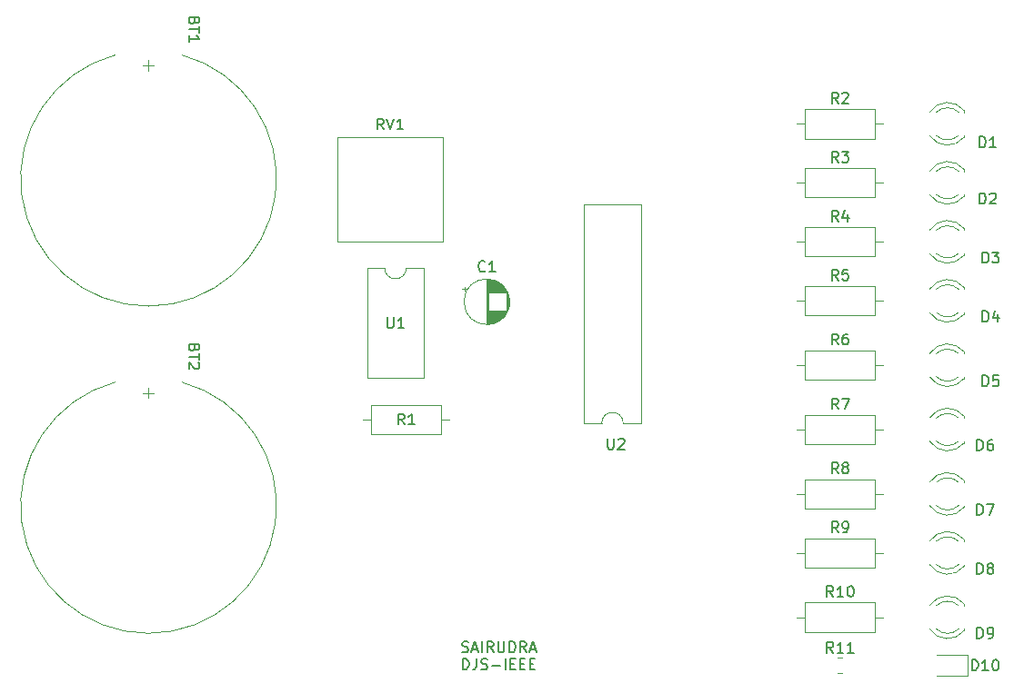
<source format=gbr>
%TF.GenerationSoftware,KiCad,Pcbnew,9.0.5*%
%TF.CreationDate,2025-10-19T16:10:15+05:30*%
%TF.ProjectId,KICADWORKSHOP_LED_CHASER,4b494341-4457-44f5-924b-53484f505f4c,rev?*%
%TF.SameCoordinates,Original*%
%TF.FileFunction,Legend,Top*%
%TF.FilePolarity,Positive*%
%FSLAX46Y46*%
G04 Gerber Fmt 4.6, Leading zero omitted, Abs format (unit mm)*
G04 Created by KiCad (PCBNEW 9.0.5) date 2025-10-19 16:10:15*
%MOMM*%
%LPD*%
G01*
G04 APERTURE LIST*
%ADD10C,0.200000*%
%ADD11C,0.150000*%
%ADD12C,0.120000*%
G04 APERTURE END LIST*
D10*
X117322054Y-90709656D02*
X117464911Y-90757275D01*
X117464911Y-90757275D02*
X117703006Y-90757275D01*
X117703006Y-90757275D02*
X117798244Y-90709656D01*
X117798244Y-90709656D02*
X117845863Y-90662036D01*
X117845863Y-90662036D02*
X117893482Y-90566798D01*
X117893482Y-90566798D02*
X117893482Y-90471560D01*
X117893482Y-90471560D02*
X117845863Y-90376322D01*
X117845863Y-90376322D02*
X117798244Y-90328703D01*
X117798244Y-90328703D02*
X117703006Y-90281084D01*
X117703006Y-90281084D02*
X117512530Y-90233465D01*
X117512530Y-90233465D02*
X117417292Y-90185846D01*
X117417292Y-90185846D02*
X117369673Y-90138227D01*
X117369673Y-90138227D02*
X117322054Y-90042989D01*
X117322054Y-90042989D02*
X117322054Y-89947751D01*
X117322054Y-89947751D02*
X117369673Y-89852513D01*
X117369673Y-89852513D02*
X117417292Y-89804894D01*
X117417292Y-89804894D02*
X117512530Y-89757275D01*
X117512530Y-89757275D02*
X117750625Y-89757275D01*
X117750625Y-89757275D02*
X117893482Y-89804894D01*
X118274435Y-90471560D02*
X118750625Y-90471560D01*
X118179197Y-90757275D02*
X118512530Y-89757275D01*
X118512530Y-89757275D02*
X118845863Y-90757275D01*
X119179197Y-90757275D02*
X119179197Y-89757275D01*
X120226815Y-90757275D02*
X119893482Y-90281084D01*
X119655387Y-90757275D02*
X119655387Y-89757275D01*
X119655387Y-89757275D02*
X120036339Y-89757275D01*
X120036339Y-89757275D02*
X120131577Y-89804894D01*
X120131577Y-89804894D02*
X120179196Y-89852513D01*
X120179196Y-89852513D02*
X120226815Y-89947751D01*
X120226815Y-89947751D02*
X120226815Y-90090608D01*
X120226815Y-90090608D02*
X120179196Y-90185846D01*
X120179196Y-90185846D02*
X120131577Y-90233465D01*
X120131577Y-90233465D02*
X120036339Y-90281084D01*
X120036339Y-90281084D02*
X119655387Y-90281084D01*
X120655387Y-89757275D02*
X120655387Y-90566798D01*
X120655387Y-90566798D02*
X120703006Y-90662036D01*
X120703006Y-90662036D02*
X120750625Y-90709656D01*
X120750625Y-90709656D02*
X120845863Y-90757275D01*
X120845863Y-90757275D02*
X121036339Y-90757275D01*
X121036339Y-90757275D02*
X121131577Y-90709656D01*
X121131577Y-90709656D02*
X121179196Y-90662036D01*
X121179196Y-90662036D02*
X121226815Y-90566798D01*
X121226815Y-90566798D02*
X121226815Y-89757275D01*
X121703006Y-90757275D02*
X121703006Y-89757275D01*
X121703006Y-89757275D02*
X121941101Y-89757275D01*
X121941101Y-89757275D02*
X122083958Y-89804894D01*
X122083958Y-89804894D02*
X122179196Y-89900132D01*
X122179196Y-89900132D02*
X122226815Y-89995370D01*
X122226815Y-89995370D02*
X122274434Y-90185846D01*
X122274434Y-90185846D02*
X122274434Y-90328703D01*
X122274434Y-90328703D02*
X122226815Y-90519179D01*
X122226815Y-90519179D02*
X122179196Y-90614417D01*
X122179196Y-90614417D02*
X122083958Y-90709656D01*
X122083958Y-90709656D02*
X121941101Y-90757275D01*
X121941101Y-90757275D02*
X121703006Y-90757275D01*
X123274434Y-90757275D02*
X122941101Y-90281084D01*
X122703006Y-90757275D02*
X122703006Y-89757275D01*
X122703006Y-89757275D02*
X123083958Y-89757275D01*
X123083958Y-89757275D02*
X123179196Y-89804894D01*
X123179196Y-89804894D02*
X123226815Y-89852513D01*
X123226815Y-89852513D02*
X123274434Y-89947751D01*
X123274434Y-89947751D02*
X123274434Y-90090608D01*
X123274434Y-90090608D02*
X123226815Y-90185846D01*
X123226815Y-90185846D02*
X123179196Y-90233465D01*
X123179196Y-90233465D02*
X123083958Y-90281084D01*
X123083958Y-90281084D02*
X122703006Y-90281084D01*
X123655387Y-90471560D02*
X124131577Y-90471560D01*
X123560149Y-90757275D02*
X123893482Y-89757275D01*
X123893482Y-89757275D02*
X124226815Y-90757275D01*
X117369673Y-92367219D02*
X117369673Y-91367219D01*
X117369673Y-91367219D02*
X117607768Y-91367219D01*
X117607768Y-91367219D02*
X117750625Y-91414838D01*
X117750625Y-91414838D02*
X117845863Y-91510076D01*
X117845863Y-91510076D02*
X117893482Y-91605314D01*
X117893482Y-91605314D02*
X117941101Y-91795790D01*
X117941101Y-91795790D02*
X117941101Y-91938647D01*
X117941101Y-91938647D02*
X117893482Y-92129123D01*
X117893482Y-92129123D02*
X117845863Y-92224361D01*
X117845863Y-92224361D02*
X117750625Y-92319600D01*
X117750625Y-92319600D02*
X117607768Y-92367219D01*
X117607768Y-92367219D02*
X117369673Y-92367219D01*
X118655387Y-91367219D02*
X118655387Y-92081504D01*
X118655387Y-92081504D02*
X118607768Y-92224361D01*
X118607768Y-92224361D02*
X118512530Y-92319600D01*
X118512530Y-92319600D02*
X118369673Y-92367219D01*
X118369673Y-92367219D02*
X118274435Y-92367219D01*
X119083959Y-92319600D02*
X119226816Y-92367219D01*
X119226816Y-92367219D02*
X119464911Y-92367219D01*
X119464911Y-92367219D02*
X119560149Y-92319600D01*
X119560149Y-92319600D02*
X119607768Y-92271980D01*
X119607768Y-92271980D02*
X119655387Y-92176742D01*
X119655387Y-92176742D02*
X119655387Y-92081504D01*
X119655387Y-92081504D02*
X119607768Y-91986266D01*
X119607768Y-91986266D02*
X119560149Y-91938647D01*
X119560149Y-91938647D02*
X119464911Y-91891028D01*
X119464911Y-91891028D02*
X119274435Y-91843409D01*
X119274435Y-91843409D02*
X119179197Y-91795790D01*
X119179197Y-91795790D02*
X119131578Y-91748171D01*
X119131578Y-91748171D02*
X119083959Y-91652933D01*
X119083959Y-91652933D02*
X119083959Y-91557695D01*
X119083959Y-91557695D02*
X119131578Y-91462457D01*
X119131578Y-91462457D02*
X119179197Y-91414838D01*
X119179197Y-91414838D02*
X119274435Y-91367219D01*
X119274435Y-91367219D02*
X119512530Y-91367219D01*
X119512530Y-91367219D02*
X119655387Y-91414838D01*
X120083959Y-91986266D02*
X120845864Y-91986266D01*
X121322054Y-92367219D02*
X121322054Y-91367219D01*
X121798244Y-91843409D02*
X122131577Y-91843409D01*
X122274434Y-92367219D02*
X121798244Y-92367219D01*
X121798244Y-92367219D02*
X121798244Y-91367219D01*
X121798244Y-91367219D02*
X122274434Y-91367219D01*
X122703006Y-91843409D02*
X123036339Y-91843409D01*
X123179196Y-92367219D02*
X122703006Y-92367219D01*
X122703006Y-92367219D02*
X122703006Y-91367219D01*
X122703006Y-91367219D02*
X123179196Y-91367219D01*
X123607768Y-91843409D02*
X123941101Y-91843409D01*
X124083958Y-92367219D02*
X123607768Y-92367219D01*
X123607768Y-92367219D02*
X123607768Y-91367219D01*
X123607768Y-91367219D02*
X124083958Y-91367219D01*
D11*
X130858095Y-70834819D02*
X130858095Y-71644342D01*
X130858095Y-71644342D02*
X130905714Y-71739580D01*
X130905714Y-71739580D02*
X130953333Y-71787200D01*
X130953333Y-71787200D02*
X131048571Y-71834819D01*
X131048571Y-71834819D02*
X131239047Y-71834819D01*
X131239047Y-71834819D02*
X131334285Y-71787200D01*
X131334285Y-71787200D02*
X131381904Y-71739580D01*
X131381904Y-71739580D02*
X131429523Y-71644342D01*
X131429523Y-71644342D02*
X131429523Y-70834819D01*
X131858095Y-70930057D02*
X131905714Y-70882438D01*
X131905714Y-70882438D02*
X132000952Y-70834819D01*
X132000952Y-70834819D02*
X132239047Y-70834819D01*
X132239047Y-70834819D02*
X132334285Y-70882438D01*
X132334285Y-70882438D02*
X132381904Y-70930057D01*
X132381904Y-70930057D02*
X132429523Y-71025295D01*
X132429523Y-71025295D02*
X132429523Y-71120533D01*
X132429523Y-71120533D02*
X132381904Y-71263390D01*
X132381904Y-71263390D02*
X131810476Y-71834819D01*
X131810476Y-71834819D02*
X132429523Y-71834819D01*
X110343095Y-59534819D02*
X110343095Y-60344342D01*
X110343095Y-60344342D02*
X110390714Y-60439580D01*
X110390714Y-60439580D02*
X110438333Y-60487200D01*
X110438333Y-60487200D02*
X110533571Y-60534819D01*
X110533571Y-60534819D02*
X110724047Y-60534819D01*
X110724047Y-60534819D02*
X110819285Y-60487200D01*
X110819285Y-60487200D02*
X110866904Y-60439580D01*
X110866904Y-60439580D02*
X110914523Y-60344342D01*
X110914523Y-60344342D02*
X110914523Y-59534819D01*
X111914523Y-60534819D02*
X111343095Y-60534819D01*
X111628809Y-60534819D02*
X111628809Y-59534819D01*
X111628809Y-59534819D02*
X111533571Y-59677676D01*
X111533571Y-59677676D02*
X111438333Y-59772914D01*
X111438333Y-59772914D02*
X111343095Y-59820533D01*
X110009761Y-42019819D02*
X109676428Y-41543628D01*
X109438333Y-42019819D02*
X109438333Y-41019819D01*
X109438333Y-41019819D02*
X109819285Y-41019819D01*
X109819285Y-41019819D02*
X109914523Y-41067438D01*
X109914523Y-41067438D02*
X109962142Y-41115057D01*
X109962142Y-41115057D02*
X110009761Y-41210295D01*
X110009761Y-41210295D02*
X110009761Y-41353152D01*
X110009761Y-41353152D02*
X109962142Y-41448390D01*
X109962142Y-41448390D02*
X109914523Y-41496009D01*
X109914523Y-41496009D02*
X109819285Y-41543628D01*
X109819285Y-41543628D02*
X109438333Y-41543628D01*
X110295476Y-41019819D02*
X110628809Y-42019819D01*
X110628809Y-42019819D02*
X110962142Y-41019819D01*
X111819285Y-42019819D02*
X111247857Y-42019819D01*
X111533571Y-42019819D02*
X111533571Y-41019819D01*
X111533571Y-41019819D02*
X111438333Y-41162676D01*
X111438333Y-41162676D02*
X111343095Y-41257914D01*
X111343095Y-41257914D02*
X111247857Y-41305533D01*
X151857142Y-90804819D02*
X151523809Y-90328628D01*
X151285714Y-90804819D02*
X151285714Y-89804819D01*
X151285714Y-89804819D02*
X151666666Y-89804819D01*
X151666666Y-89804819D02*
X151761904Y-89852438D01*
X151761904Y-89852438D02*
X151809523Y-89900057D01*
X151809523Y-89900057D02*
X151857142Y-89995295D01*
X151857142Y-89995295D02*
X151857142Y-90138152D01*
X151857142Y-90138152D02*
X151809523Y-90233390D01*
X151809523Y-90233390D02*
X151761904Y-90281009D01*
X151761904Y-90281009D02*
X151666666Y-90328628D01*
X151666666Y-90328628D02*
X151285714Y-90328628D01*
X152809523Y-90804819D02*
X152238095Y-90804819D01*
X152523809Y-90804819D02*
X152523809Y-89804819D01*
X152523809Y-89804819D02*
X152428571Y-89947676D01*
X152428571Y-89947676D02*
X152333333Y-90042914D01*
X152333333Y-90042914D02*
X152238095Y-90090533D01*
X153761904Y-90804819D02*
X153190476Y-90804819D01*
X153476190Y-90804819D02*
X153476190Y-89804819D01*
X153476190Y-89804819D02*
X153380952Y-89947676D01*
X153380952Y-89947676D02*
X153285714Y-90042914D01*
X153285714Y-90042914D02*
X153190476Y-90090533D01*
X151857142Y-85584819D02*
X151523809Y-85108628D01*
X151285714Y-85584819D02*
X151285714Y-84584819D01*
X151285714Y-84584819D02*
X151666666Y-84584819D01*
X151666666Y-84584819D02*
X151761904Y-84632438D01*
X151761904Y-84632438D02*
X151809523Y-84680057D01*
X151809523Y-84680057D02*
X151857142Y-84775295D01*
X151857142Y-84775295D02*
X151857142Y-84918152D01*
X151857142Y-84918152D02*
X151809523Y-85013390D01*
X151809523Y-85013390D02*
X151761904Y-85061009D01*
X151761904Y-85061009D02*
X151666666Y-85108628D01*
X151666666Y-85108628D02*
X151285714Y-85108628D01*
X152809523Y-85584819D02*
X152238095Y-85584819D01*
X152523809Y-85584819D02*
X152523809Y-84584819D01*
X152523809Y-84584819D02*
X152428571Y-84727676D01*
X152428571Y-84727676D02*
X152333333Y-84822914D01*
X152333333Y-84822914D02*
X152238095Y-84870533D01*
X153428571Y-84584819D02*
X153523809Y-84584819D01*
X153523809Y-84584819D02*
X153619047Y-84632438D01*
X153619047Y-84632438D02*
X153666666Y-84680057D01*
X153666666Y-84680057D02*
X153714285Y-84775295D01*
X153714285Y-84775295D02*
X153761904Y-84965771D01*
X153761904Y-84965771D02*
X153761904Y-85203866D01*
X153761904Y-85203866D02*
X153714285Y-85394342D01*
X153714285Y-85394342D02*
X153666666Y-85489580D01*
X153666666Y-85489580D02*
X153619047Y-85537200D01*
X153619047Y-85537200D02*
X153523809Y-85584819D01*
X153523809Y-85584819D02*
X153428571Y-85584819D01*
X153428571Y-85584819D02*
X153333333Y-85537200D01*
X153333333Y-85537200D02*
X153285714Y-85489580D01*
X153285714Y-85489580D02*
X153238095Y-85394342D01*
X153238095Y-85394342D02*
X153190476Y-85203866D01*
X153190476Y-85203866D02*
X153190476Y-84965771D01*
X153190476Y-84965771D02*
X153238095Y-84775295D01*
X153238095Y-84775295D02*
X153285714Y-84680057D01*
X153285714Y-84680057D02*
X153333333Y-84632438D01*
X153333333Y-84632438D02*
X153428571Y-84584819D01*
X152333333Y-79584819D02*
X152000000Y-79108628D01*
X151761905Y-79584819D02*
X151761905Y-78584819D01*
X151761905Y-78584819D02*
X152142857Y-78584819D01*
X152142857Y-78584819D02*
X152238095Y-78632438D01*
X152238095Y-78632438D02*
X152285714Y-78680057D01*
X152285714Y-78680057D02*
X152333333Y-78775295D01*
X152333333Y-78775295D02*
X152333333Y-78918152D01*
X152333333Y-78918152D02*
X152285714Y-79013390D01*
X152285714Y-79013390D02*
X152238095Y-79061009D01*
X152238095Y-79061009D02*
X152142857Y-79108628D01*
X152142857Y-79108628D02*
X151761905Y-79108628D01*
X152809524Y-79584819D02*
X153000000Y-79584819D01*
X153000000Y-79584819D02*
X153095238Y-79537200D01*
X153095238Y-79537200D02*
X153142857Y-79489580D01*
X153142857Y-79489580D02*
X153238095Y-79346723D01*
X153238095Y-79346723D02*
X153285714Y-79156247D01*
X153285714Y-79156247D02*
X153285714Y-78775295D01*
X153285714Y-78775295D02*
X153238095Y-78680057D01*
X153238095Y-78680057D02*
X153190476Y-78632438D01*
X153190476Y-78632438D02*
X153095238Y-78584819D01*
X153095238Y-78584819D02*
X152904762Y-78584819D01*
X152904762Y-78584819D02*
X152809524Y-78632438D01*
X152809524Y-78632438D02*
X152761905Y-78680057D01*
X152761905Y-78680057D02*
X152714286Y-78775295D01*
X152714286Y-78775295D02*
X152714286Y-79013390D01*
X152714286Y-79013390D02*
X152761905Y-79108628D01*
X152761905Y-79108628D02*
X152809524Y-79156247D01*
X152809524Y-79156247D02*
X152904762Y-79203866D01*
X152904762Y-79203866D02*
X153095238Y-79203866D01*
X153095238Y-79203866D02*
X153190476Y-79156247D01*
X153190476Y-79156247D02*
X153238095Y-79108628D01*
X153238095Y-79108628D02*
X153285714Y-79013390D01*
X152333333Y-74084819D02*
X152000000Y-73608628D01*
X151761905Y-74084819D02*
X151761905Y-73084819D01*
X151761905Y-73084819D02*
X152142857Y-73084819D01*
X152142857Y-73084819D02*
X152238095Y-73132438D01*
X152238095Y-73132438D02*
X152285714Y-73180057D01*
X152285714Y-73180057D02*
X152333333Y-73275295D01*
X152333333Y-73275295D02*
X152333333Y-73418152D01*
X152333333Y-73418152D02*
X152285714Y-73513390D01*
X152285714Y-73513390D02*
X152238095Y-73561009D01*
X152238095Y-73561009D02*
X152142857Y-73608628D01*
X152142857Y-73608628D02*
X151761905Y-73608628D01*
X152904762Y-73513390D02*
X152809524Y-73465771D01*
X152809524Y-73465771D02*
X152761905Y-73418152D01*
X152761905Y-73418152D02*
X152714286Y-73322914D01*
X152714286Y-73322914D02*
X152714286Y-73275295D01*
X152714286Y-73275295D02*
X152761905Y-73180057D01*
X152761905Y-73180057D02*
X152809524Y-73132438D01*
X152809524Y-73132438D02*
X152904762Y-73084819D01*
X152904762Y-73084819D02*
X153095238Y-73084819D01*
X153095238Y-73084819D02*
X153190476Y-73132438D01*
X153190476Y-73132438D02*
X153238095Y-73180057D01*
X153238095Y-73180057D02*
X153285714Y-73275295D01*
X153285714Y-73275295D02*
X153285714Y-73322914D01*
X153285714Y-73322914D02*
X153238095Y-73418152D01*
X153238095Y-73418152D02*
X153190476Y-73465771D01*
X153190476Y-73465771D02*
X153095238Y-73513390D01*
X153095238Y-73513390D02*
X152904762Y-73513390D01*
X152904762Y-73513390D02*
X152809524Y-73561009D01*
X152809524Y-73561009D02*
X152761905Y-73608628D01*
X152761905Y-73608628D02*
X152714286Y-73703866D01*
X152714286Y-73703866D02*
X152714286Y-73894342D01*
X152714286Y-73894342D02*
X152761905Y-73989580D01*
X152761905Y-73989580D02*
X152809524Y-74037200D01*
X152809524Y-74037200D02*
X152904762Y-74084819D01*
X152904762Y-74084819D02*
X153095238Y-74084819D01*
X153095238Y-74084819D02*
X153190476Y-74037200D01*
X153190476Y-74037200D02*
X153238095Y-73989580D01*
X153238095Y-73989580D02*
X153285714Y-73894342D01*
X153285714Y-73894342D02*
X153285714Y-73703866D01*
X153285714Y-73703866D02*
X153238095Y-73608628D01*
X153238095Y-73608628D02*
X153190476Y-73561009D01*
X153190476Y-73561009D02*
X153095238Y-73513390D01*
X152333333Y-68084819D02*
X152000000Y-67608628D01*
X151761905Y-68084819D02*
X151761905Y-67084819D01*
X151761905Y-67084819D02*
X152142857Y-67084819D01*
X152142857Y-67084819D02*
X152238095Y-67132438D01*
X152238095Y-67132438D02*
X152285714Y-67180057D01*
X152285714Y-67180057D02*
X152333333Y-67275295D01*
X152333333Y-67275295D02*
X152333333Y-67418152D01*
X152333333Y-67418152D02*
X152285714Y-67513390D01*
X152285714Y-67513390D02*
X152238095Y-67561009D01*
X152238095Y-67561009D02*
X152142857Y-67608628D01*
X152142857Y-67608628D02*
X151761905Y-67608628D01*
X152666667Y-67084819D02*
X153333333Y-67084819D01*
X153333333Y-67084819D02*
X152904762Y-68084819D01*
X152333333Y-62084819D02*
X152000000Y-61608628D01*
X151761905Y-62084819D02*
X151761905Y-61084819D01*
X151761905Y-61084819D02*
X152142857Y-61084819D01*
X152142857Y-61084819D02*
X152238095Y-61132438D01*
X152238095Y-61132438D02*
X152285714Y-61180057D01*
X152285714Y-61180057D02*
X152333333Y-61275295D01*
X152333333Y-61275295D02*
X152333333Y-61418152D01*
X152333333Y-61418152D02*
X152285714Y-61513390D01*
X152285714Y-61513390D02*
X152238095Y-61561009D01*
X152238095Y-61561009D02*
X152142857Y-61608628D01*
X152142857Y-61608628D02*
X151761905Y-61608628D01*
X153190476Y-61084819D02*
X153000000Y-61084819D01*
X153000000Y-61084819D02*
X152904762Y-61132438D01*
X152904762Y-61132438D02*
X152857143Y-61180057D01*
X152857143Y-61180057D02*
X152761905Y-61322914D01*
X152761905Y-61322914D02*
X152714286Y-61513390D01*
X152714286Y-61513390D02*
X152714286Y-61894342D01*
X152714286Y-61894342D02*
X152761905Y-61989580D01*
X152761905Y-61989580D02*
X152809524Y-62037200D01*
X152809524Y-62037200D02*
X152904762Y-62084819D01*
X152904762Y-62084819D02*
X153095238Y-62084819D01*
X153095238Y-62084819D02*
X153190476Y-62037200D01*
X153190476Y-62037200D02*
X153238095Y-61989580D01*
X153238095Y-61989580D02*
X153285714Y-61894342D01*
X153285714Y-61894342D02*
X153285714Y-61656247D01*
X153285714Y-61656247D02*
X153238095Y-61561009D01*
X153238095Y-61561009D02*
X153190476Y-61513390D01*
X153190476Y-61513390D02*
X153095238Y-61465771D01*
X153095238Y-61465771D02*
X152904762Y-61465771D01*
X152904762Y-61465771D02*
X152809524Y-61513390D01*
X152809524Y-61513390D02*
X152761905Y-61561009D01*
X152761905Y-61561009D02*
X152714286Y-61656247D01*
X152333333Y-56084819D02*
X152000000Y-55608628D01*
X151761905Y-56084819D02*
X151761905Y-55084819D01*
X151761905Y-55084819D02*
X152142857Y-55084819D01*
X152142857Y-55084819D02*
X152238095Y-55132438D01*
X152238095Y-55132438D02*
X152285714Y-55180057D01*
X152285714Y-55180057D02*
X152333333Y-55275295D01*
X152333333Y-55275295D02*
X152333333Y-55418152D01*
X152333333Y-55418152D02*
X152285714Y-55513390D01*
X152285714Y-55513390D02*
X152238095Y-55561009D01*
X152238095Y-55561009D02*
X152142857Y-55608628D01*
X152142857Y-55608628D02*
X151761905Y-55608628D01*
X153238095Y-55084819D02*
X152761905Y-55084819D01*
X152761905Y-55084819D02*
X152714286Y-55561009D01*
X152714286Y-55561009D02*
X152761905Y-55513390D01*
X152761905Y-55513390D02*
X152857143Y-55465771D01*
X152857143Y-55465771D02*
X153095238Y-55465771D01*
X153095238Y-55465771D02*
X153190476Y-55513390D01*
X153190476Y-55513390D02*
X153238095Y-55561009D01*
X153238095Y-55561009D02*
X153285714Y-55656247D01*
X153285714Y-55656247D02*
X153285714Y-55894342D01*
X153285714Y-55894342D02*
X153238095Y-55989580D01*
X153238095Y-55989580D02*
X153190476Y-56037200D01*
X153190476Y-56037200D02*
X153095238Y-56084819D01*
X153095238Y-56084819D02*
X152857143Y-56084819D01*
X152857143Y-56084819D02*
X152761905Y-56037200D01*
X152761905Y-56037200D02*
X152714286Y-55989580D01*
X152333333Y-50584819D02*
X152000000Y-50108628D01*
X151761905Y-50584819D02*
X151761905Y-49584819D01*
X151761905Y-49584819D02*
X152142857Y-49584819D01*
X152142857Y-49584819D02*
X152238095Y-49632438D01*
X152238095Y-49632438D02*
X152285714Y-49680057D01*
X152285714Y-49680057D02*
X152333333Y-49775295D01*
X152333333Y-49775295D02*
X152333333Y-49918152D01*
X152333333Y-49918152D02*
X152285714Y-50013390D01*
X152285714Y-50013390D02*
X152238095Y-50061009D01*
X152238095Y-50061009D02*
X152142857Y-50108628D01*
X152142857Y-50108628D02*
X151761905Y-50108628D01*
X153190476Y-49918152D02*
X153190476Y-50584819D01*
X152952381Y-49537200D02*
X152714286Y-50251485D01*
X152714286Y-50251485D02*
X153333333Y-50251485D01*
X152333333Y-45084819D02*
X152000000Y-44608628D01*
X151761905Y-45084819D02*
X151761905Y-44084819D01*
X151761905Y-44084819D02*
X152142857Y-44084819D01*
X152142857Y-44084819D02*
X152238095Y-44132438D01*
X152238095Y-44132438D02*
X152285714Y-44180057D01*
X152285714Y-44180057D02*
X152333333Y-44275295D01*
X152333333Y-44275295D02*
X152333333Y-44418152D01*
X152333333Y-44418152D02*
X152285714Y-44513390D01*
X152285714Y-44513390D02*
X152238095Y-44561009D01*
X152238095Y-44561009D02*
X152142857Y-44608628D01*
X152142857Y-44608628D02*
X151761905Y-44608628D01*
X152666667Y-44084819D02*
X153285714Y-44084819D01*
X153285714Y-44084819D02*
X152952381Y-44465771D01*
X152952381Y-44465771D02*
X153095238Y-44465771D01*
X153095238Y-44465771D02*
X153190476Y-44513390D01*
X153190476Y-44513390D02*
X153238095Y-44561009D01*
X153238095Y-44561009D02*
X153285714Y-44656247D01*
X153285714Y-44656247D02*
X153285714Y-44894342D01*
X153285714Y-44894342D02*
X153238095Y-44989580D01*
X153238095Y-44989580D02*
X153190476Y-45037200D01*
X153190476Y-45037200D02*
X153095238Y-45084819D01*
X153095238Y-45084819D02*
X152809524Y-45084819D01*
X152809524Y-45084819D02*
X152714286Y-45037200D01*
X152714286Y-45037200D02*
X152666667Y-44989580D01*
X152333333Y-39584819D02*
X152000000Y-39108628D01*
X151761905Y-39584819D02*
X151761905Y-38584819D01*
X151761905Y-38584819D02*
X152142857Y-38584819D01*
X152142857Y-38584819D02*
X152238095Y-38632438D01*
X152238095Y-38632438D02*
X152285714Y-38680057D01*
X152285714Y-38680057D02*
X152333333Y-38775295D01*
X152333333Y-38775295D02*
X152333333Y-38918152D01*
X152333333Y-38918152D02*
X152285714Y-39013390D01*
X152285714Y-39013390D02*
X152238095Y-39061009D01*
X152238095Y-39061009D02*
X152142857Y-39108628D01*
X152142857Y-39108628D02*
X151761905Y-39108628D01*
X152714286Y-38680057D02*
X152761905Y-38632438D01*
X152761905Y-38632438D02*
X152857143Y-38584819D01*
X152857143Y-38584819D02*
X153095238Y-38584819D01*
X153095238Y-38584819D02*
X153190476Y-38632438D01*
X153190476Y-38632438D02*
X153238095Y-38680057D01*
X153238095Y-38680057D02*
X153285714Y-38775295D01*
X153285714Y-38775295D02*
X153285714Y-38870533D01*
X153285714Y-38870533D02*
X153238095Y-39013390D01*
X153238095Y-39013390D02*
X152666667Y-39584819D01*
X152666667Y-39584819D02*
X153285714Y-39584819D01*
X111938333Y-69534819D02*
X111605000Y-69058628D01*
X111366905Y-69534819D02*
X111366905Y-68534819D01*
X111366905Y-68534819D02*
X111747857Y-68534819D01*
X111747857Y-68534819D02*
X111843095Y-68582438D01*
X111843095Y-68582438D02*
X111890714Y-68630057D01*
X111890714Y-68630057D02*
X111938333Y-68725295D01*
X111938333Y-68725295D02*
X111938333Y-68868152D01*
X111938333Y-68868152D02*
X111890714Y-68963390D01*
X111890714Y-68963390D02*
X111843095Y-69011009D01*
X111843095Y-69011009D02*
X111747857Y-69058628D01*
X111747857Y-69058628D02*
X111366905Y-69058628D01*
X112890714Y-69534819D02*
X112319286Y-69534819D01*
X112605000Y-69534819D02*
X112605000Y-68534819D01*
X112605000Y-68534819D02*
X112509762Y-68677676D01*
X112509762Y-68677676D02*
X112414524Y-68772914D01*
X112414524Y-68772914D02*
X112319286Y-68820533D01*
X164785714Y-92454819D02*
X164785714Y-91454819D01*
X164785714Y-91454819D02*
X165023809Y-91454819D01*
X165023809Y-91454819D02*
X165166666Y-91502438D01*
X165166666Y-91502438D02*
X165261904Y-91597676D01*
X165261904Y-91597676D02*
X165309523Y-91692914D01*
X165309523Y-91692914D02*
X165357142Y-91883390D01*
X165357142Y-91883390D02*
X165357142Y-92026247D01*
X165357142Y-92026247D02*
X165309523Y-92216723D01*
X165309523Y-92216723D02*
X165261904Y-92311961D01*
X165261904Y-92311961D02*
X165166666Y-92407200D01*
X165166666Y-92407200D02*
X165023809Y-92454819D01*
X165023809Y-92454819D02*
X164785714Y-92454819D01*
X166309523Y-92454819D02*
X165738095Y-92454819D01*
X166023809Y-92454819D02*
X166023809Y-91454819D01*
X166023809Y-91454819D02*
X165928571Y-91597676D01*
X165928571Y-91597676D02*
X165833333Y-91692914D01*
X165833333Y-91692914D02*
X165738095Y-91740533D01*
X166928571Y-91454819D02*
X167023809Y-91454819D01*
X167023809Y-91454819D02*
X167119047Y-91502438D01*
X167119047Y-91502438D02*
X167166666Y-91550057D01*
X167166666Y-91550057D02*
X167214285Y-91645295D01*
X167214285Y-91645295D02*
X167261904Y-91835771D01*
X167261904Y-91835771D02*
X167261904Y-92073866D01*
X167261904Y-92073866D02*
X167214285Y-92264342D01*
X167214285Y-92264342D02*
X167166666Y-92359580D01*
X167166666Y-92359580D02*
X167119047Y-92407200D01*
X167119047Y-92407200D02*
X167023809Y-92454819D01*
X167023809Y-92454819D02*
X166928571Y-92454819D01*
X166928571Y-92454819D02*
X166833333Y-92407200D01*
X166833333Y-92407200D02*
X166785714Y-92359580D01*
X166785714Y-92359580D02*
X166738095Y-92264342D01*
X166738095Y-92264342D02*
X166690476Y-92073866D01*
X166690476Y-92073866D02*
X166690476Y-91835771D01*
X166690476Y-91835771D02*
X166738095Y-91645295D01*
X166738095Y-91645295D02*
X166785714Y-91550057D01*
X166785714Y-91550057D02*
X166833333Y-91502438D01*
X166833333Y-91502438D02*
X166928571Y-91454819D01*
X165261905Y-89454819D02*
X165261905Y-88454819D01*
X165261905Y-88454819D02*
X165500000Y-88454819D01*
X165500000Y-88454819D02*
X165642857Y-88502438D01*
X165642857Y-88502438D02*
X165738095Y-88597676D01*
X165738095Y-88597676D02*
X165785714Y-88692914D01*
X165785714Y-88692914D02*
X165833333Y-88883390D01*
X165833333Y-88883390D02*
X165833333Y-89026247D01*
X165833333Y-89026247D02*
X165785714Y-89216723D01*
X165785714Y-89216723D02*
X165738095Y-89311961D01*
X165738095Y-89311961D02*
X165642857Y-89407200D01*
X165642857Y-89407200D02*
X165500000Y-89454819D01*
X165500000Y-89454819D02*
X165261905Y-89454819D01*
X166309524Y-89454819D02*
X166500000Y-89454819D01*
X166500000Y-89454819D02*
X166595238Y-89407200D01*
X166595238Y-89407200D02*
X166642857Y-89359580D01*
X166642857Y-89359580D02*
X166738095Y-89216723D01*
X166738095Y-89216723D02*
X166785714Y-89026247D01*
X166785714Y-89026247D02*
X166785714Y-88645295D01*
X166785714Y-88645295D02*
X166738095Y-88550057D01*
X166738095Y-88550057D02*
X166690476Y-88502438D01*
X166690476Y-88502438D02*
X166595238Y-88454819D01*
X166595238Y-88454819D02*
X166404762Y-88454819D01*
X166404762Y-88454819D02*
X166309524Y-88502438D01*
X166309524Y-88502438D02*
X166261905Y-88550057D01*
X166261905Y-88550057D02*
X166214286Y-88645295D01*
X166214286Y-88645295D02*
X166214286Y-88883390D01*
X166214286Y-88883390D02*
X166261905Y-88978628D01*
X166261905Y-88978628D02*
X166309524Y-89026247D01*
X166309524Y-89026247D02*
X166404762Y-89073866D01*
X166404762Y-89073866D02*
X166595238Y-89073866D01*
X166595238Y-89073866D02*
X166690476Y-89026247D01*
X166690476Y-89026247D02*
X166738095Y-88978628D01*
X166738095Y-88978628D02*
X166785714Y-88883390D01*
X165261905Y-83454819D02*
X165261905Y-82454819D01*
X165261905Y-82454819D02*
X165500000Y-82454819D01*
X165500000Y-82454819D02*
X165642857Y-82502438D01*
X165642857Y-82502438D02*
X165738095Y-82597676D01*
X165738095Y-82597676D02*
X165785714Y-82692914D01*
X165785714Y-82692914D02*
X165833333Y-82883390D01*
X165833333Y-82883390D02*
X165833333Y-83026247D01*
X165833333Y-83026247D02*
X165785714Y-83216723D01*
X165785714Y-83216723D02*
X165738095Y-83311961D01*
X165738095Y-83311961D02*
X165642857Y-83407200D01*
X165642857Y-83407200D02*
X165500000Y-83454819D01*
X165500000Y-83454819D02*
X165261905Y-83454819D01*
X166404762Y-82883390D02*
X166309524Y-82835771D01*
X166309524Y-82835771D02*
X166261905Y-82788152D01*
X166261905Y-82788152D02*
X166214286Y-82692914D01*
X166214286Y-82692914D02*
X166214286Y-82645295D01*
X166214286Y-82645295D02*
X166261905Y-82550057D01*
X166261905Y-82550057D02*
X166309524Y-82502438D01*
X166309524Y-82502438D02*
X166404762Y-82454819D01*
X166404762Y-82454819D02*
X166595238Y-82454819D01*
X166595238Y-82454819D02*
X166690476Y-82502438D01*
X166690476Y-82502438D02*
X166738095Y-82550057D01*
X166738095Y-82550057D02*
X166785714Y-82645295D01*
X166785714Y-82645295D02*
X166785714Y-82692914D01*
X166785714Y-82692914D02*
X166738095Y-82788152D01*
X166738095Y-82788152D02*
X166690476Y-82835771D01*
X166690476Y-82835771D02*
X166595238Y-82883390D01*
X166595238Y-82883390D02*
X166404762Y-82883390D01*
X166404762Y-82883390D02*
X166309524Y-82931009D01*
X166309524Y-82931009D02*
X166261905Y-82978628D01*
X166261905Y-82978628D02*
X166214286Y-83073866D01*
X166214286Y-83073866D02*
X166214286Y-83264342D01*
X166214286Y-83264342D02*
X166261905Y-83359580D01*
X166261905Y-83359580D02*
X166309524Y-83407200D01*
X166309524Y-83407200D02*
X166404762Y-83454819D01*
X166404762Y-83454819D02*
X166595238Y-83454819D01*
X166595238Y-83454819D02*
X166690476Y-83407200D01*
X166690476Y-83407200D02*
X166738095Y-83359580D01*
X166738095Y-83359580D02*
X166785714Y-83264342D01*
X166785714Y-83264342D02*
X166785714Y-83073866D01*
X166785714Y-83073866D02*
X166738095Y-82978628D01*
X166738095Y-82978628D02*
X166690476Y-82931009D01*
X166690476Y-82931009D02*
X166595238Y-82883390D01*
X165261905Y-77954819D02*
X165261905Y-76954819D01*
X165261905Y-76954819D02*
X165500000Y-76954819D01*
X165500000Y-76954819D02*
X165642857Y-77002438D01*
X165642857Y-77002438D02*
X165738095Y-77097676D01*
X165738095Y-77097676D02*
X165785714Y-77192914D01*
X165785714Y-77192914D02*
X165833333Y-77383390D01*
X165833333Y-77383390D02*
X165833333Y-77526247D01*
X165833333Y-77526247D02*
X165785714Y-77716723D01*
X165785714Y-77716723D02*
X165738095Y-77811961D01*
X165738095Y-77811961D02*
X165642857Y-77907200D01*
X165642857Y-77907200D02*
X165500000Y-77954819D01*
X165500000Y-77954819D02*
X165261905Y-77954819D01*
X166166667Y-76954819D02*
X166833333Y-76954819D01*
X166833333Y-76954819D02*
X166404762Y-77954819D01*
X165261905Y-71954819D02*
X165261905Y-70954819D01*
X165261905Y-70954819D02*
X165500000Y-70954819D01*
X165500000Y-70954819D02*
X165642857Y-71002438D01*
X165642857Y-71002438D02*
X165738095Y-71097676D01*
X165738095Y-71097676D02*
X165785714Y-71192914D01*
X165785714Y-71192914D02*
X165833333Y-71383390D01*
X165833333Y-71383390D02*
X165833333Y-71526247D01*
X165833333Y-71526247D02*
X165785714Y-71716723D01*
X165785714Y-71716723D02*
X165738095Y-71811961D01*
X165738095Y-71811961D02*
X165642857Y-71907200D01*
X165642857Y-71907200D02*
X165500000Y-71954819D01*
X165500000Y-71954819D02*
X165261905Y-71954819D01*
X166690476Y-70954819D02*
X166500000Y-70954819D01*
X166500000Y-70954819D02*
X166404762Y-71002438D01*
X166404762Y-71002438D02*
X166357143Y-71050057D01*
X166357143Y-71050057D02*
X166261905Y-71192914D01*
X166261905Y-71192914D02*
X166214286Y-71383390D01*
X166214286Y-71383390D02*
X166214286Y-71764342D01*
X166214286Y-71764342D02*
X166261905Y-71859580D01*
X166261905Y-71859580D02*
X166309524Y-71907200D01*
X166309524Y-71907200D02*
X166404762Y-71954819D01*
X166404762Y-71954819D02*
X166595238Y-71954819D01*
X166595238Y-71954819D02*
X166690476Y-71907200D01*
X166690476Y-71907200D02*
X166738095Y-71859580D01*
X166738095Y-71859580D02*
X166785714Y-71764342D01*
X166785714Y-71764342D02*
X166785714Y-71526247D01*
X166785714Y-71526247D02*
X166738095Y-71431009D01*
X166738095Y-71431009D02*
X166690476Y-71383390D01*
X166690476Y-71383390D02*
X166595238Y-71335771D01*
X166595238Y-71335771D02*
X166404762Y-71335771D01*
X166404762Y-71335771D02*
X166309524Y-71383390D01*
X166309524Y-71383390D02*
X166261905Y-71431009D01*
X166261905Y-71431009D02*
X166214286Y-71526247D01*
X165761905Y-65954819D02*
X165761905Y-64954819D01*
X165761905Y-64954819D02*
X166000000Y-64954819D01*
X166000000Y-64954819D02*
X166142857Y-65002438D01*
X166142857Y-65002438D02*
X166238095Y-65097676D01*
X166238095Y-65097676D02*
X166285714Y-65192914D01*
X166285714Y-65192914D02*
X166333333Y-65383390D01*
X166333333Y-65383390D02*
X166333333Y-65526247D01*
X166333333Y-65526247D02*
X166285714Y-65716723D01*
X166285714Y-65716723D02*
X166238095Y-65811961D01*
X166238095Y-65811961D02*
X166142857Y-65907200D01*
X166142857Y-65907200D02*
X166000000Y-65954819D01*
X166000000Y-65954819D02*
X165761905Y-65954819D01*
X167238095Y-64954819D02*
X166761905Y-64954819D01*
X166761905Y-64954819D02*
X166714286Y-65431009D01*
X166714286Y-65431009D02*
X166761905Y-65383390D01*
X166761905Y-65383390D02*
X166857143Y-65335771D01*
X166857143Y-65335771D02*
X167095238Y-65335771D01*
X167095238Y-65335771D02*
X167190476Y-65383390D01*
X167190476Y-65383390D02*
X167238095Y-65431009D01*
X167238095Y-65431009D02*
X167285714Y-65526247D01*
X167285714Y-65526247D02*
X167285714Y-65764342D01*
X167285714Y-65764342D02*
X167238095Y-65859580D01*
X167238095Y-65859580D02*
X167190476Y-65907200D01*
X167190476Y-65907200D02*
X167095238Y-65954819D01*
X167095238Y-65954819D02*
X166857143Y-65954819D01*
X166857143Y-65954819D02*
X166761905Y-65907200D01*
X166761905Y-65907200D02*
X166714286Y-65859580D01*
X165761905Y-59954819D02*
X165761905Y-58954819D01*
X165761905Y-58954819D02*
X166000000Y-58954819D01*
X166000000Y-58954819D02*
X166142857Y-59002438D01*
X166142857Y-59002438D02*
X166238095Y-59097676D01*
X166238095Y-59097676D02*
X166285714Y-59192914D01*
X166285714Y-59192914D02*
X166333333Y-59383390D01*
X166333333Y-59383390D02*
X166333333Y-59526247D01*
X166333333Y-59526247D02*
X166285714Y-59716723D01*
X166285714Y-59716723D02*
X166238095Y-59811961D01*
X166238095Y-59811961D02*
X166142857Y-59907200D01*
X166142857Y-59907200D02*
X166000000Y-59954819D01*
X166000000Y-59954819D02*
X165761905Y-59954819D01*
X167190476Y-59288152D02*
X167190476Y-59954819D01*
X166952381Y-58907200D02*
X166714286Y-59621485D01*
X166714286Y-59621485D02*
X167333333Y-59621485D01*
X165761905Y-54454819D02*
X165761905Y-53454819D01*
X165761905Y-53454819D02*
X166000000Y-53454819D01*
X166000000Y-53454819D02*
X166142857Y-53502438D01*
X166142857Y-53502438D02*
X166238095Y-53597676D01*
X166238095Y-53597676D02*
X166285714Y-53692914D01*
X166285714Y-53692914D02*
X166333333Y-53883390D01*
X166333333Y-53883390D02*
X166333333Y-54026247D01*
X166333333Y-54026247D02*
X166285714Y-54216723D01*
X166285714Y-54216723D02*
X166238095Y-54311961D01*
X166238095Y-54311961D02*
X166142857Y-54407200D01*
X166142857Y-54407200D02*
X166000000Y-54454819D01*
X166000000Y-54454819D02*
X165761905Y-54454819D01*
X166666667Y-53454819D02*
X167285714Y-53454819D01*
X167285714Y-53454819D02*
X166952381Y-53835771D01*
X166952381Y-53835771D02*
X167095238Y-53835771D01*
X167095238Y-53835771D02*
X167190476Y-53883390D01*
X167190476Y-53883390D02*
X167238095Y-53931009D01*
X167238095Y-53931009D02*
X167285714Y-54026247D01*
X167285714Y-54026247D02*
X167285714Y-54264342D01*
X167285714Y-54264342D02*
X167238095Y-54359580D01*
X167238095Y-54359580D02*
X167190476Y-54407200D01*
X167190476Y-54407200D02*
X167095238Y-54454819D01*
X167095238Y-54454819D02*
X166809524Y-54454819D01*
X166809524Y-54454819D02*
X166714286Y-54407200D01*
X166714286Y-54407200D02*
X166666667Y-54359580D01*
X165491905Y-48954819D02*
X165491905Y-47954819D01*
X165491905Y-47954819D02*
X165730000Y-47954819D01*
X165730000Y-47954819D02*
X165872857Y-48002438D01*
X165872857Y-48002438D02*
X165968095Y-48097676D01*
X165968095Y-48097676D02*
X166015714Y-48192914D01*
X166015714Y-48192914D02*
X166063333Y-48383390D01*
X166063333Y-48383390D02*
X166063333Y-48526247D01*
X166063333Y-48526247D02*
X166015714Y-48716723D01*
X166015714Y-48716723D02*
X165968095Y-48811961D01*
X165968095Y-48811961D02*
X165872857Y-48907200D01*
X165872857Y-48907200D02*
X165730000Y-48954819D01*
X165730000Y-48954819D02*
X165491905Y-48954819D01*
X166444286Y-48050057D02*
X166491905Y-48002438D01*
X166491905Y-48002438D02*
X166587143Y-47954819D01*
X166587143Y-47954819D02*
X166825238Y-47954819D01*
X166825238Y-47954819D02*
X166920476Y-48002438D01*
X166920476Y-48002438D02*
X166968095Y-48050057D01*
X166968095Y-48050057D02*
X167015714Y-48145295D01*
X167015714Y-48145295D02*
X167015714Y-48240533D01*
X167015714Y-48240533D02*
X166968095Y-48383390D01*
X166968095Y-48383390D02*
X166396667Y-48954819D01*
X166396667Y-48954819D02*
X167015714Y-48954819D01*
X165491905Y-43694819D02*
X165491905Y-42694819D01*
X165491905Y-42694819D02*
X165730000Y-42694819D01*
X165730000Y-42694819D02*
X165872857Y-42742438D01*
X165872857Y-42742438D02*
X165968095Y-42837676D01*
X165968095Y-42837676D02*
X166015714Y-42932914D01*
X166015714Y-42932914D02*
X166063333Y-43123390D01*
X166063333Y-43123390D02*
X166063333Y-43266247D01*
X166063333Y-43266247D02*
X166015714Y-43456723D01*
X166015714Y-43456723D02*
X165968095Y-43551961D01*
X165968095Y-43551961D02*
X165872857Y-43647200D01*
X165872857Y-43647200D02*
X165730000Y-43694819D01*
X165730000Y-43694819D02*
X165491905Y-43694819D01*
X167015714Y-43694819D02*
X166444286Y-43694819D01*
X166730000Y-43694819D02*
X166730000Y-42694819D01*
X166730000Y-42694819D02*
X166634762Y-42837676D01*
X166634762Y-42837676D02*
X166539524Y-42932914D01*
X166539524Y-42932914D02*
X166444286Y-42980533D01*
X119438333Y-55189580D02*
X119390714Y-55237200D01*
X119390714Y-55237200D02*
X119247857Y-55284819D01*
X119247857Y-55284819D02*
X119152619Y-55284819D01*
X119152619Y-55284819D02*
X119009762Y-55237200D01*
X119009762Y-55237200D02*
X118914524Y-55141961D01*
X118914524Y-55141961D02*
X118866905Y-55046723D01*
X118866905Y-55046723D02*
X118819286Y-54856247D01*
X118819286Y-54856247D02*
X118819286Y-54713390D01*
X118819286Y-54713390D02*
X118866905Y-54522914D01*
X118866905Y-54522914D02*
X118914524Y-54427676D01*
X118914524Y-54427676D02*
X119009762Y-54332438D01*
X119009762Y-54332438D02*
X119152619Y-54284819D01*
X119152619Y-54284819D02*
X119247857Y-54284819D01*
X119247857Y-54284819D02*
X119390714Y-54332438D01*
X119390714Y-54332438D02*
X119438333Y-54380057D01*
X120390714Y-55284819D02*
X119819286Y-55284819D01*
X120105000Y-55284819D02*
X120105000Y-54284819D01*
X120105000Y-54284819D02*
X120009762Y-54427676D01*
X120009762Y-54427676D02*
X119914524Y-54522914D01*
X119914524Y-54522914D02*
X119819286Y-54570533D01*
X92388990Y-62396831D02*
X92341371Y-62539688D01*
X92341371Y-62539688D02*
X92293752Y-62587307D01*
X92293752Y-62587307D02*
X92198514Y-62634926D01*
X92198514Y-62634926D02*
X92055657Y-62634926D01*
X92055657Y-62634926D02*
X91960419Y-62587307D01*
X91960419Y-62587307D02*
X91912800Y-62539688D01*
X91912800Y-62539688D02*
X91865180Y-62444450D01*
X91865180Y-62444450D02*
X91865180Y-62063498D01*
X91865180Y-62063498D02*
X92865180Y-62063498D01*
X92865180Y-62063498D02*
X92865180Y-62396831D01*
X92865180Y-62396831D02*
X92817561Y-62492069D01*
X92817561Y-62492069D02*
X92769942Y-62539688D01*
X92769942Y-62539688D02*
X92674704Y-62587307D01*
X92674704Y-62587307D02*
X92579466Y-62587307D01*
X92579466Y-62587307D02*
X92484228Y-62539688D01*
X92484228Y-62539688D02*
X92436609Y-62492069D01*
X92436609Y-62492069D02*
X92388990Y-62396831D01*
X92388990Y-62396831D02*
X92388990Y-62063498D01*
X92865180Y-62920641D02*
X92865180Y-63492069D01*
X91865180Y-63206355D02*
X92865180Y-63206355D01*
X92769942Y-63777784D02*
X92817561Y-63825403D01*
X92817561Y-63825403D02*
X92865180Y-63920641D01*
X92865180Y-63920641D02*
X92865180Y-64158736D01*
X92865180Y-64158736D02*
X92817561Y-64253974D01*
X92817561Y-64253974D02*
X92769942Y-64301593D01*
X92769942Y-64301593D02*
X92674704Y-64349212D01*
X92674704Y-64349212D02*
X92579466Y-64349212D01*
X92579466Y-64349212D02*
X92436609Y-64301593D01*
X92436609Y-64301593D02*
X91865180Y-63730165D01*
X91865180Y-63730165D02*
X91865180Y-64349212D01*
X92388990Y-31896831D02*
X92341371Y-32039688D01*
X92341371Y-32039688D02*
X92293752Y-32087307D01*
X92293752Y-32087307D02*
X92198514Y-32134926D01*
X92198514Y-32134926D02*
X92055657Y-32134926D01*
X92055657Y-32134926D02*
X91960419Y-32087307D01*
X91960419Y-32087307D02*
X91912800Y-32039688D01*
X91912800Y-32039688D02*
X91865180Y-31944450D01*
X91865180Y-31944450D02*
X91865180Y-31563498D01*
X91865180Y-31563498D02*
X92865180Y-31563498D01*
X92865180Y-31563498D02*
X92865180Y-31896831D01*
X92865180Y-31896831D02*
X92817561Y-31992069D01*
X92817561Y-31992069D02*
X92769942Y-32039688D01*
X92769942Y-32039688D02*
X92674704Y-32087307D01*
X92674704Y-32087307D02*
X92579466Y-32087307D01*
X92579466Y-32087307D02*
X92484228Y-32039688D01*
X92484228Y-32039688D02*
X92436609Y-31992069D01*
X92436609Y-31992069D02*
X92388990Y-31896831D01*
X92388990Y-31896831D02*
X92388990Y-31563498D01*
X92865180Y-32420641D02*
X92865180Y-32992069D01*
X91865180Y-32706355D02*
X92865180Y-32706355D01*
X91865180Y-33849212D02*
X91865180Y-33277784D01*
X91865180Y-33563498D02*
X92865180Y-33563498D01*
X92865180Y-33563498D02*
X92722323Y-33468260D01*
X92722323Y-33468260D02*
X92627085Y-33373022D01*
X92627085Y-33373022D02*
X92579466Y-33277784D01*
D12*
%TO.C,U2*%
X133960000Y-69410000D02*
X133960000Y-48970000D01*
X133960000Y-48970000D02*
X128660000Y-48970000D01*
X132310000Y-69410000D02*
X133960000Y-69410000D01*
X128660000Y-69410000D02*
X130310000Y-69410000D01*
X128660000Y-48970000D02*
X128660000Y-69410000D01*
X130310000Y-69410000D02*
G75*
G02*
X132310000Y-69410000I1000000J0D01*
G01*
%TO.C,U1*%
X108460000Y-54940000D02*
X108460000Y-65220000D01*
X108460000Y-65220000D02*
X113760000Y-65220000D01*
X110110000Y-54940000D02*
X108460000Y-54940000D01*
X113760000Y-54940000D02*
X112110000Y-54940000D01*
X113760000Y-65220000D02*
X113760000Y-54940000D01*
X112110000Y-54940000D02*
G75*
G02*
X110110000Y-54940000I-1000000J0D01*
G01*
%TO.C,RV1*%
X105730000Y-42705000D02*
X115480000Y-42705000D01*
X105730000Y-52455000D02*
X105730000Y-42705000D01*
X115480000Y-42705000D02*
X115480000Y-52455000D01*
X115480000Y-52455000D02*
X105730000Y-52455000D01*
%TO.C,R11*%
X152272936Y-91265000D02*
X152727064Y-91265000D01*
X152272936Y-92735000D02*
X152727064Y-92735000D01*
%TO.C,R10*%
X148460000Y-87500000D02*
X149230000Y-87500000D01*
X156540000Y-87500000D02*
X155770000Y-87500000D01*
X149230000Y-86130000D02*
X155770000Y-86130000D01*
X155770000Y-88870000D01*
X149230000Y-88870000D01*
X149230000Y-86130000D01*
%TO.C,R9*%
X148460000Y-81500000D02*
X149230000Y-81500000D01*
X156540000Y-81500000D02*
X155770000Y-81500000D01*
X149230000Y-80130000D02*
X155770000Y-80130000D01*
X155770000Y-82870000D01*
X149230000Y-82870000D01*
X149230000Y-80130000D01*
%TO.C,R8*%
X148460000Y-76000000D02*
X149230000Y-76000000D01*
X156540000Y-76000000D02*
X155770000Y-76000000D01*
X149230000Y-74630000D02*
X155770000Y-74630000D01*
X155770000Y-77370000D01*
X149230000Y-77370000D01*
X149230000Y-74630000D01*
%TO.C,R7*%
X148460000Y-70000000D02*
X149230000Y-70000000D01*
X156540000Y-70000000D02*
X155770000Y-70000000D01*
X149230000Y-68630000D02*
X155770000Y-68630000D01*
X155770000Y-71370000D01*
X149230000Y-71370000D01*
X149230000Y-68630000D01*
%TO.C,R6*%
X148460000Y-64000000D02*
X149230000Y-64000000D01*
X156540000Y-64000000D02*
X155770000Y-64000000D01*
X149230000Y-62630000D02*
X155770000Y-62630000D01*
X155770000Y-65370000D01*
X149230000Y-65370000D01*
X149230000Y-62630000D01*
%TO.C,R5*%
X148460000Y-58000000D02*
X149230000Y-58000000D01*
X156540000Y-58000000D02*
X155770000Y-58000000D01*
X149230000Y-56630000D02*
X155770000Y-56630000D01*
X155770000Y-59370000D01*
X149230000Y-59370000D01*
X149230000Y-56630000D01*
%TO.C,R4*%
X148460000Y-52500000D02*
X149230000Y-52500000D01*
X156540000Y-52500000D02*
X155770000Y-52500000D01*
X149230000Y-51130000D02*
X155770000Y-51130000D01*
X155770000Y-53870000D01*
X149230000Y-53870000D01*
X149230000Y-51130000D01*
%TO.C,R3*%
X148460000Y-47000000D02*
X149230000Y-47000000D01*
X156540000Y-47000000D02*
X155770000Y-47000000D01*
X149230000Y-45630000D02*
X155770000Y-45630000D01*
X155770000Y-48370000D01*
X149230000Y-48370000D01*
X149230000Y-45630000D01*
%TO.C,R2*%
X148460000Y-41500000D02*
X149230000Y-41500000D01*
X156540000Y-41500000D02*
X155770000Y-41500000D01*
X149230000Y-40130000D02*
X155770000Y-40130000D01*
X155770000Y-42870000D01*
X149230000Y-42870000D01*
X149230000Y-40130000D01*
%TO.C,R1*%
X108065000Y-69080000D02*
X108835000Y-69080000D01*
X116145000Y-69080000D02*
X115375000Y-69080000D01*
X108835000Y-67710000D02*
X115375000Y-67710000D01*
X115375000Y-70450000D01*
X108835000Y-70450000D01*
X108835000Y-67710000D01*
%TO.C,D10*%
X164360000Y-92960000D02*
X164360000Y-91040000D01*
X164360000Y-91040000D02*
X161500000Y-91040000D01*
X161500000Y-92960000D02*
X164360000Y-92960000D01*
%TO.C,D9*%
X164060000Y-88736000D02*
X164060000Y-88580000D01*
X164060000Y-86420000D02*
X164060000Y-86264000D01*
X164060000Y-88735516D02*
G75*
G02*
X160828563Y-88580000I-1560000J1235516D01*
G01*
X163540961Y-88580000D02*
G75*
G02*
X161459039Y-88580000I-1040961J1080000D01*
G01*
X161459039Y-86420000D02*
G75*
G02*
X163540961Y-86420000I1040961J-1080000D01*
G01*
X160828563Y-86420000D02*
G75*
G02*
X164060000Y-86264484I1671437J-1080000D01*
G01*
%TO.C,D8*%
X164060000Y-82736000D02*
X164060000Y-82580000D01*
X164060000Y-80420000D02*
X164060000Y-80264000D01*
X164060000Y-82735516D02*
G75*
G02*
X160828563Y-82580000I-1560000J1235516D01*
G01*
X163540961Y-82580000D02*
G75*
G02*
X161459039Y-82580000I-1040961J1080000D01*
G01*
X161459039Y-80420000D02*
G75*
G02*
X163540961Y-80420000I1040961J-1080000D01*
G01*
X160828563Y-80420000D02*
G75*
G02*
X164060000Y-80264484I1671437J-1080000D01*
G01*
%TO.C,D7*%
X164060000Y-77236000D02*
X164060000Y-77080000D01*
X164060000Y-74920000D02*
X164060000Y-74764000D01*
X164060000Y-77235516D02*
G75*
G02*
X160828563Y-77080000I-1560000J1235516D01*
G01*
X163540961Y-77080000D02*
G75*
G02*
X161459039Y-77080000I-1040961J1080000D01*
G01*
X161459039Y-74920000D02*
G75*
G02*
X163540961Y-74920000I1040961J-1080000D01*
G01*
X160828563Y-74920000D02*
G75*
G02*
X164060000Y-74764484I1671437J-1080000D01*
G01*
%TO.C,D6*%
X164060000Y-71236000D02*
X164060000Y-71080000D01*
X164060000Y-68920000D02*
X164060000Y-68764000D01*
X164060000Y-71235516D02*
G75*
G02*
X160828563Y-71080000I-1560000J1235516D01*
G01*
X163540961Y-71080000D02*
G75*
G02*
X161459039Y-71080000I-1040961J1080000D01*
G01*
X161459039Y-68920000D02*
G75*
G02*
X163540961Y-68920000I1040961J-1080000D01*
G01*
X160828563Y-68920000D02*
G75*
G02*
X164060000Y-68764484I1671437J-1080000D01*
G01*
%TO.C,D5*%
X164060000Y-65236000D02*
X164060000Y-65080000D01*
X164060000Y-62920000D02*
X164060000Y-62764000D01*
X164060000Y-65235516D02*
G75*
G02*
X160828563Y-65080000I-1560000J1235516D01*
G01*
X163540961Y-65080000D02*
G75*
G02*
X161459039Y-65080000I-1040961J1080000D01*
G01*
X161459039Y-62920000D02*
G75*
G02*
X163540961Y-62920000I1040961J-1080000D01*
G01*
X160828563Y-62920000D02*
G75*
G02*
X164060000Y-62764484I1671437J-1080000D01*
G01*
%TO.C,D4*%
X164060000Y-59236000D02*
X164060000Y-59080000D01*
X164060000Y-56920000D02*
X164060000Y-56764000D01*
X164060000Y-59235516D02*
G75*
G02*
X160828563Y-59080000I-1560000J1235516D01*
G01*
X163540961Y-59080000D02*
G75*
G02*
X161459039Y-59080000I-1040961J1080000D01*
G01*
X161459039Y-56920000D02*
G75*
G02*
X163540961Y-56920000I1040961J-1080000D01*
G01*
X160828563Y-56920000D02*
G75*
G02*
X164060000Y-56764484I1671437J-1080000D01*
G01*
%TO.C,D3*%
X164060000Y-53736000D02*
X164060000Y-53580000D01*
X164060000Y-51420000D02*
X164060000Y-51264000D01*
X164060000Y-53735516D02*
G75*
G02*
X160828563Y-53580000I-1560000J1235516D01*
G01*
X163540961Y-53580000D02*
G75*
G02*
X161459039Y-53580000I-1040961J1080000D01*
G01*
X161459039Y-51420000D02*
G75*
G02*
X163540961Y-51420000I1040961J-1080000D01*
G01*
X160828563Y-51420000D02*
G75*
G02*
X164060000Y-51264484I1671437J-1080000D01*
G01*
%TO.C,D2*%
X164060000Y-48236000D02*
X164060000Y-48080000D01*
X164060000Y-45920000D02*
X164060000Y-45764000D01*
X164060000Y-48235516D02*
G75*
G02*
X160828563Y-48080000I-1560000J1235516D01*
G01*
X163540961Y-48080000D02*
G75*
G02*
X161459039Y-48080000I-1040961J1080000D01*
G01*
X161459039Y-45920000D02*
G75*
G02*
X163540961Y-45920000I1040961J-1080000D01*
G01*
X160828563Y-45920000D02*
G75*
G02*
X164060000Y-45764484I1671437J-1080000D01*
G01*
%TO.C,D1*%
X164060000Y-42736000D02*
X164060000Y-42580000D01*
X164060000Y-40420000D02*
X164060000Y-40264000D01*
X164060000Y-42735516D02*
G75*
G02*
X160828563Y-42580000I-1560000J1235516D01*
G01*
X163540961Y-42580000D02*
G75*
G02*
X161459039Y-42580000I-1040961J1080000D01*
G01*
X161459039Y-40420000D02*
G75*
G02*
X163540961Y-40420000I1040961J-1080000D01*
G01*
X160828563Y-40420000D02*
G75*
G02*
X164060000Y-40264484I1671437J-1080000D01*
G01*
%TO.C,C1*%
X117335199Y-56885000D02*
X117735199Y-56885000D01*
X117535199Y-56685000D02*
X117535199Y-57085000D01*
X119605000Y-56000000D02*
X119605000Y-60160000D01*
X119645000Y-56000000D02*
X119645000Y-60160000D01*
X119685000Y-56002000D02*
X119685000Y-60158000D01*
X119725000Y-56003000D02*
X119725000Y-60157000D01*
X119765000Y-56006000D02*
X119765000Y-60154000D01*
X119805000Y-56009000D02*
X119805000Y-57240000D01*
X119805000Y-58920000D02*
X119805000Y-60151000D01*
X119845000Y-56014000D02*
X119845000Y-57240000D01*
X119845000Y-58920000D02*
X119845000Y-60146000D01*
X119885000Y-56019000D02*
X119885000Y-57240000D01*
X119885000Y-58920000D02*
X119885000Y-60141000D01*
X119925000Y-56024000D02*
X119925000Y-57240000D01*
X119925000Y-58920000D02*
X119925000Y-60136000D01*
X119965000Y-56031000D02*
X119965000Y-57240000D01*
X119965000Y-58920000D02*
X119965000Y-60129000D01*
X120005000Y-56038000D02*
X120005000Y-57240000D01*
X120005000Y-58920000D02*
X120005000Y-60122000D01*
X120045000Y-56046000D02*
X120045000Y-57240000D01*
X120045000Y-58920000D02*
X120045000Y-60114000D01*
X120085000Y-56055000D02*
X120085000Y-57240000D01*
X120085000Y-58920000D02*
X120085000Y-60105000D01*
X120125000Y-56065000D02*
X120125000Y-57240000D01*
X120125000Y-58920000D02*
X120125000Y-60095000D01*
X120165000Y-56075000D02*
X120165000Y-57240000D01*
X120165000Y-58920000D02*
X120165000Y-60085000D01*
X120205000Y-56087000D02*
X120205000Y-57240000D01*
X120205000Y-58920000D02*
X120205000Y-60073000D01*
X120245000Y-56099000D02*
X120245000Y-57240000D01*
X120245000Y-58920000D02*
X120245000Y-60061000D01*
X120285000Y-56112000D02*
X120285000Y-57240000D01*
X120285000Y-58920000D02*
X120285000Y-60048000D01*
X120325000Y-56126000D02*
X120325000Y-57240000D01*
X120325000Y-58920000D02*
X120325000Y-60034000D01*
X120365000Y-56141000D02*
X120365000Y-57240000D01*
X120365000Y-58920000D02*
X120365000Y-60019000D01*
X120405000Y-56157000D02*
X120405000Y-57240000D01*
X120405000Y-58920000D02*
X120405000Y-60003000D01*
X120445000Y-56174000D02*
X120445000Y-57240000D01*
X120445000Y-58920000D02*
X120445000Y-59986000D01*
X120485000Y-56191000D02*
X120485000Y-57240000D01*
X120485000Y-58920000D02*
X120485000Y-59969000D01*
X120525000Y-56210000D02*
X120525000Y-57240000D01*
X120525000Y-58920000D02*
X120525000Y-59950000D01*
X120565000Y-56230000D02*
X120565000Y-57240000D01*
X120565000Y-58920000D02*
X120565000Y-59930000D01*
X120605000Y-56251000D02*
X120605000Y-57240000D01*
X120605000Y-58920000D02*
X120605000Y-59909000D01*
X120645000Y-56273000D02*
X120645000Y-57240000D01*
X120645000Y-58920000D02*
X120645000Y-59887000D01*
X120685000Y-56296000D02*
X120685000Y-57240000D01*
X120685000Y-58920000D02*
X120685000Y-59864000D01*
X120725000Y-56320000D02*
X120725000Y-57240000D01*
X120725000Y-58920000D02*
X120725000Y-59840000D01*
X120765000Y-56346000D02*
X120765000Y-57240000D01*
X120765000Y-58920000D02*
X120765000Y-59814000D01*
X120805000Y-56372000D02*
X120805000Y-57240000D01*
X120805000Y-58920000D02*
X120805000Y-59788000D01*
X120845000Y-56400000D02*
X120845000Y-57240000D01*
X120845000Y-58920000D02*
X120845000Y-59760000D01*
X120885000Y-56430000D02*
X120885000Y-57240000D01*
X120885000Y-58920000D02*
X120885000Y-59730000D01*
X120925000Y-56461000D02*
X120925000Y-57240000D01*
X120925000Y-58920000D02*
X120925000Y-59699000D01*
X120965000Y-56494000D02*
X120965000Y-57240000D01*
X120965000Y-58920000D02*
X120965000Y-59666000D01*
X121005000Y-56528000D02*
X121005000Y-57240000D01*
X121005000Y-58920000D02*
X121005000Y-59632000D01*
X121045000Y-56564000D02*
X121045000Y-57240000D01*
X121045000Y-58920000D02*
X121045000Y-59596000D01*
X121085000Y-56602000D02*
X121085000Y-57240000D01*
X121085000Y-58920000D02*
X121085000Y-59558000D01*
X121125000Y-56642000D02*
X121125000Y-57240000D01*
X121125000Y-58920000D02*
X121125000Y-59518000D01*
X121165000Y-56684000D02*
X121165000Y-57240000D01*
X121165000Y-58920000D02*
X121165000Y-59476000D01*
X121205000Y-56729000D02*
X121205000Y-57240000D01*
X121205000Y-58920000D02*
X121205000Y-59431000D01*
X121245000Y-56777000D02*
X121245000Y-57240000D01*
X121245000Y-58920000D02*
X121245000Y-59383000D01*
X121285000Y-56827000D02*
X121285000Y-57240000D01*
X121285000Y-58920000D02*
X121285000Y-59333000D01*
X121325000Y-56881000D02*
X121325000Y-57240000D01*
X121325000Y-58920000D02*
X121325000Y-59279000D01*
X121365000Y-56938000D02*
X121365000Y-57240000D01*
X121365000Y-58920000D02*
X121365000Y-59222000D01*
X121405000Y-57000000D02*
X121405000Y-57240000D01*
X121405000Y-58920000D02*
X121405000Y-59160000D01*
X121445000Y-57067000D02*
X121445000Y-59093000D01*
X121485000Y-57140000D02*
X121485000Y-59020000D01*
X121525000Y-57221000D02*
X121525000Y-58939000D01*
X121565000Y-57312000D02*
X121565000Y-58848000D01*
X121605000Y-57417000D02*
X121605000Y-58743000D01*
X121645000Y-57543000D02*
X121645000Y-58617000D01*
X121685000Y-57710000D02*
X121685000Y-58450000D01*
X121725000Y-58080000D02*
G75*
G02*
X117485000Y-58080000I-2120000J0D01*
G01*
X117485000Y-58080000D02*
G75*
G02*
X121725000Y-58080000I2120000J0D01*
G01*
%TO.C,BT2*%
X88120000Y-66082546D02*
X88120000Y-67082546D01*
X88620000Y-66582546D02*
X87620000Y-66582546D01*
X91220000Y-65582547D02*
G75*
G02*
X85020000Y-65582547I-3100000J-11499999D01*
G01*
%TO.C,BT1*%
X88120000Y-35582546D02*
X88120000Y-36582546D01*
X88620000Y-36082546D02*
X87620000Y-36082546D01*
X91220000Y-35082547D02*
G75*
G02*
X85020000Y-35082547I-3100000J-11499999D01*
G01*
%TD*%
M02*

</source>
